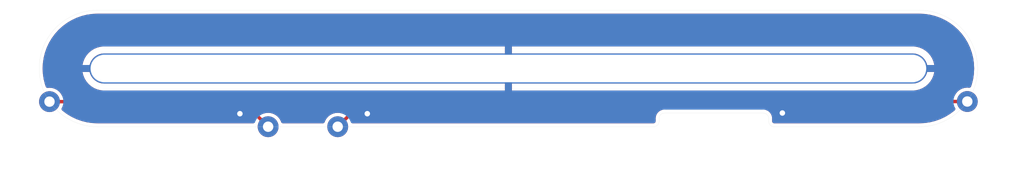
<source format=kicad_pcb>
(kicad_pcb (version 20211014) (generator pcbnew)
  (layers (0 "F.Cu" signal) (31 "B.Cu" signal) (34 "B.Paste" user) (35 "F.Paste" user) (36 "B.SilkS" user "B.Silkscreen") (37 "F.SilkS" user "F.Silkscreen") (38 "B.Mask" user) (39 "F.Mask" user) (44 "Edge.Cuts" user))
  (net 0 "")
  (net 1 "GND")
  (net 2 "/OC")
  (net 3 "/IC")
  (footprint "cycfi_library:single-pad-1.52x1.52-th" (layer "F.Cu") (at 117.54 105.25 180)
    (fp_text reference "J1" hide)
    (fp_text value "OC")
    (pad "1" thru_hole circle (at 0 0 180) (size 1.52 1.52) (drill 0.76) (layers *.Cu *.Mask) (net 2 "/OC"))
  )
  (footprint "cycfi_library:single-pad-1.52x1.52-th" (layer "F.Cu") (at 163.5 103.41 180)
    (fp_text reference "J2" hide)
    (fp_text value "OC")
    (pad "1" thru_hole circle (at 0 0 180) (size 1.52 1.52) (drill 0.76) (layers *.Cu *.Mask) (net 2 "/OC"))
  )
  (footprint "cycfi_library:single-pad-1.52x1.52-th" (layer "F.Cu") (at 96.5 103.42)
    (fp_text reference "J3" hide)
    (fp_text value "IC")
    (pad "1" thru_hole circle (at 0 0) (size 1.52 1.52) (drill 0.76) (layers *.Cu *.Mask) (net 3 "/IC"))
  )
  (footprint "xr_spectra_library:rail_slot_3.3" (layer "F.Cu") (at 130 101)
    (fp_text reference "H1" hide)
    (fp_text value "single_pad")
    (pad "1" thru_hole oval (at 0 0) (size 61.2 2.2) (drill oval 61 2) (layers *.Cu *.Mask) (net 1 "GND"))
  )
  (footprint "cycfi_library:single-pad-1.52x1.52-th" (layer "F.Cu") (at 112.46 105.25)
    (fp_text reference "J4" hide)
    (fp_text value "IC")
    (pad "1" thru_hole circle (at 0 0) (size 1.52 1.52) (drill 0.76) (layers *.Cu *.Mask) (net 3 "/IC"))
  )
  (gr_arc (start 148.6 104.25) (mid 148.882843 104.367157) (end 149 104.65) (layer "Edge.Cuts") (width 0.01))
  (gr_line (start 141 104.85) (end 141 104.65) (layer "Edge.Cuts") (width 0.01))
  (gr_line (start 149 104.65) (end 149 104.85) (layer "Edge.Cuts") (width 0.01))
  (gr_arc (start 141 104.85) (mid 140.882843 105.132843) (end 140.6 105.25) (layer "Edge.Cuts") (width 0.01))
  (gr_arc (start 141 104.65) (mid 141.117157 104.367157) (end 141.4 104.25) (layer "Edge.Cuts") (width 0.01))
  (gr_line (start 100 96.75) (end 160 96.75) (layer "Edge.Cuts") (width 0.01))
  (gr_arc (start 100 105.25) (mid 95.75 101) (end 100 96.75) (layer "Edge.Cuts") (width 0.01))
  (gr_line (start 141.4 104.25) (end 148.6 104.25) (layer "Edge.Cuts") (width 0.01))
  (gr_arc (start 149.4 105.25) (mid 149.117157 105.132843) (end 149 104.85) (layer "Edge.Cuts") (width 0.01))
  (gr_line (start 140.6 105.25) (end 100 105.25) (layer "Edge.Cuts") (width 0.01))
  (gr_line (start 160 105.25) (end 149.4 105.25) (layer "Edge.Cuts") (width 0.01))
  (gr_arc (start 160 96.75) (mid 164.25 101) (end 160 105.25) (layer "Edge.Cuts") (width 0.01))
  (via (at 110.4 104.3) (size 0.8) (drill 0.4) (layers "F.Cu" "B.Cu") (net 1))
  (via (at 150 104.25) (size 0.8) (drill 0.4) (layers "F.Cu" "B.Cu") (net 1))
  (via (at 119.7 104.3) (size 0.8) (drill 0.4) (layers "F.Cu" "B.Cu") (net 1))
  (segment (start 119.38 103.41) (end 117.54 105.25) (width 0.25) (layer "F.Cu") (net 2))
  (segment (start 163.5 103.41) (end 119.38 103.41) (width 0.25) (layer "F.Cu") (net 2))
  (segment (start 96.5 103.42) (end 110.63 103.42) (width 0.25) (layer "F.Cu") (net 3))
  (segment (start 110.63 103.42) (end 112.46 105.25) (width 0.25) (layer "F.Cu") (net 3))
  (zone (net 1) (net_name "GND") (layer "F.Cu") (connect_pads (clearance 0.25)) (min_thickness 0.254) (fill yes (thermal_gap 0.508) (thermal_bridge_width 0.508))
    (polygon (pts (xy 165 106) (xy 95 106) (xy 95 96) (xy 165 96)))
  )
  (zone (net 1) (net_name "GND") (layer "B.Cu") (connect_pads (clearance 0.25)) (min_thickness 0.254) (fill yes (thermal_gap 0.508) (thermal_bridge_width 0.508))
    (polygon (pts (xy 165 106) (xy 95 106) (xy 95 96) (xy 165 96)))
  )
)
</source>
